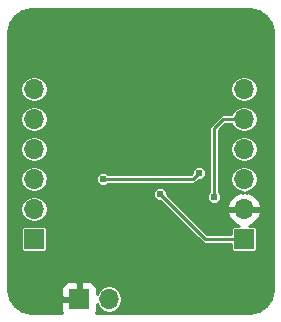
<source format=gbr>
G04 #@! TF.FileFunction,Copper,L2,Bot,Signal*
%FSLAX46Y46*%
G04 Gerber Fmt 4.6, Leading zero omitted, Abs format (unit mm)*
G04 Created by KiCad (PCBNEW 4.0.7-e2-6376~58~ubuntu16.04.1) date Tue Nov 21 15:05:01 2017*
%MOMM*%
%LPD*%
G01*
G04 APERTURE LIST*
%ADD10C,0.100000*%
%ADD11R,1.700000X1.700000*%
%ADD12O,1.700000X1.700000*%
%ADD13C,0.609600*%
%ADD14C,0.254000*%
G04 APERTURE END LIST*
D10*
D11*
X121920000Y-142240000D03*
D12*
X121920000Y-139700000D03*
X121920000Y-137160000D03*
X121920000Y-134620000D03*
X121920000Y-132080000D03*
X121920000Y-129540000D03*
D11*
X107950000Y-147320000D03*
D12*
X110490000Y-147320000D03*
D11*
X104140000Y-142240000D03*
D12*
X104140000Y-139700000D03*
X104140000Y-137160000D03*
X104140000Y-134620000D03*
X104140000Y-132080000D03*
X104140000Y-129540000D03*
D13*
X114300000Y-135636000D03*
X121412000Y-125984000D03*
X113538000Y-122936000D03*
X120396000Y-146050000D03*
X118110000Y-133858000D03*
X114801401Y-138423401D03*
X118110000Y-136652000D03*
X109982000Y-137160000D03*
X119380000Y-138684000D03*
D14*
X115106200Y-138728200D02*
X114801401Y-138423401D01*
X121920000Y-142240000D02*
X118618000Y-142240000D01*
X118618000Y-142240000D02*
X115106200Y-138728200D01*
X109982000Y-137160000D02*
X117602000Y-137160000D01*
X117602000Y-137160000D02*
X118110000Y-136652000D01*
X119380000Y-132842000D02*
X120142000Y-132080000D01*
X120142000Y-132080000D02*
X121920000Y-132080000D01*
X119380000Y-138684000D02*
X119380000Y-132842000D01*
G36*
X123164533Y-122935848D02*
X123788939Y-123353063D01*
X124211784Y-123985896D01*
X124356783Y-124549810D01*
X124359600Y-124555671D01*
X124359600Y-146523096D01*
X124206152Y-147294533D01*
X123788939Y-147918937D01*
X123164533Y-148336152D01*
X122393096Y-148489600D01*
X109354936Y-148489600D01*
X109435000Y-148296309D01*
X109435000Y-147716162D01*
X109446570Y-147774329D01*
X109691394Y-148140732D01*
X110057797Y-148385556D01*
X110490000Y-148471526D01*
X110922203Y-148385556D01*
X111288606Y-148140732D01*
X111533430Y-147774329D01*
X111619400Y-147342126D01*
X111619400Y-147297874D01*
X111533430Y-146865671D01*
X111288606Y-146499268D01*
X110922203Y-146254444D01*
X110490000Y-146168474D01*
X110057797Y-146254444D01*
X109691394Y-146499268D01*
X109446570Y-146865671D01*
X109435000Y-146923838D01*
X109435000Y-146343691D01*
X109338327Y-146110302D01*
X109159699Y-145931673D01*
X108926310Y-145835000D01*
X108235750Y-145835000D01*
X108077000Y-145993750D01*
X108077000Y-147193000D01*
X108097000Y-147193000D01*
X108097000Y-147447000D01*
X108077000Y-147447000D01*
X108077000Y-147467000D01*
X107823000Y-147467000D01*
X107823000Y-147447000D01*
X106623750Y-147447000D01*
X106465000Y-147605750D01*
X106465000Y-148296309D01*
X106545064Y-148489600D01*
X103920904Y-148489600D01*
X103149467Y-148336152D01*
X102525063Y-147918939D01*
X102107848Y-147294533D01*
X101954400Y-146523096D01*
X101954400Y-146343691D01*
X106465000Y-146343691D01*
X106465000Y-147034250D01*
X106623750Y-147193000D01*
X107823000Y-147193000D01*
X107823000Y-145993750D01*
X107664250Y-145835000D01*
X106973690Y-145835000D01*
X106740301Y-145931673D01*
X106561673Y-146110302D01*
X106465000Y-146343691D01*
X101954400Y-146343691D01*
X101954400Y-141390000D01*
X103005127Y-141390000D01*
X103005127Y-143090000D01*
X103024609Y-143193539D01*
X103085801Y-143288634D01*
X103179168Y-143352429D01*
X103290000Y-143374873D01*
X104990000Y-143374873D01*
X105093539Y-143355391D01*
X105188634Y-143294199D01*
X105252429Y-143200832D01*
X105274873Y-143090000D01*
X105274873Y-141390000D01*
X105255391Y-141286461D01*
X105194199Y-141191366D01*
X105100832Y-141127571D01*
X104990000Y-141105127D01*
X103290000Y-141105127D01*
X103186461Y-141124609D01*
X103091366Y-141185801D01*
X103027571Y-141279168D01*
X103005127Y-141390000D01*
X101954400Y-141390000D01*
X101954400Y-139700000D01*
X102988474Y-139700000D01*
X103074444Y-140132203D01*
X103319268Y-140498606D01*
X103685671Y-140743430D01*
X104117874Y-140829400D01*
X104162126Y-140829400D01*
X104594329Y-140743430D01*
X104960732Y-140498606D01*
X105205556Y-140132203D01*
X105291526Y-139700000D01*
X105205556Y-139267797D01*
X104960732Y-138901394D01*
X104594329Y-138656570D01*
X104162126Y-138570600D01*
X104117874Y-138570600D01*
X103685671Y-138656570D01*
X103319268Y-138901394D01*
X103074444Y-139267797D01*
X102988474Y-139700000D01*
X101954400Y-139700000D01*
X101954400Y-138539096D01*
X114217100Y-138539096D01*
X114305852Y-138753891D01*
X114470046Y-138918373D01*
X114684687Y-139007499D01*
X114810873Y-139007609D01*
X118330632Y-142527368D01*
X118462477Y-142615465D01*
X118618000Y-142646400D01*
X120785127Y-142646400D01*
X120785127Y-143090000D01*
X120804609Y-143193539D01*
X120865801Y-143288634D01*
X120959168Y-143352429D01*
X121070000Y-143374873D01*
X122770000Y-143374873D01*
X122873539Y-143355391D01*
X122968634Y-143294199D01*
X123032429Y-143200832D01*
X123054873Y-143090000D01*
X123054873Y-141390000D01*
X123035391Y-141286461D01*
X122974199Y-141191366D01*
X122880832Y-141127571D01*
X122770000Y-141105127D01*
X122354313Y-141105127D01*
X122801358Y-140895183D01*
X123191645Y-140466924D01*
X123361476Y-140056890D01*
X123240155Y-139827000D01*
X122047000Y-139827000D01*
X122047000Y-139847000D01*
X121793000Y-139847000D01*
X121793000Y-139827000D01*
X120599845Y-139827000D01*
X120478524Y-140056890D01*
X120648355Y-140466924D01*
X121038642Y-140895183D01*
X121485687Y-141105127D01*
X121070000Y-141105127D01*
X120966461Y-141124609D01*
X120871366Y-141185801D01*
X120807571Y-141279168D01*
X120785127Y-141390000D01*
X120785127Y-141833600D01*
X118786336Y-141833600D01*
X116295846Y-139343110D01*
X120478524Y-139343110D01*
X120599845Y-139573000D01*
X121793000Y-139573000D01*
X121793000Y-139553000D01*
X122047000Y-139553000D01*
X122047000Y-139573000D01*
X123240155Y-139573000D01*
X123361476Y-139343110D01*
X123191645Y-138933076D01*
X122801358Y-138504817D01*
X122276892Y-138258514D01*
X122047002Y-138379180D01*
X122047002Y-138268539D01*
X122374329Y-138203430D01*
X122740732Y-137958606D01*
X122985556Y-137592203D01*
X123071526Y-137160000D01*
X122985556Y-136727797D01*
X122740732Y-136361394D01*
X122374329Y-136116570D01*
X121942126Y-136030600D01*
X121897874Y-136030600D01*
X121465671Y-136116570D01*
X121099268Y-136361394D01*
X120854444Y-136727797D01*
X120768474Y-137160000D01*
X120854444Y-137592203D01*
X121099268Y-137958606D01*
X121465671Y-138203430D01*
X121792998Y-138268539D01*
X121792998Y-138379180D01*
X121563108Y-138258514D01*
X121038642Y-138504817D01*
X120648355Y-138933076D01*
X120478524Y-139343110D01*
X116295846Y-139343110D01*
X115752431Y-138799695D01*
X118795699Y-138799695D01*
X118884451Y-139014490D01*
X119048645Y-139178972D01*
X119263286Y-139268098D01*
X119495695Y-139268301D01*
X119710490Y-139179549D01*
X119874972Y-139015355D01*
X119964098Y-138800714D01*
X119964301Y-138568305D01*
X119875549Y-138353510D01*
X119786400Y-138264205D01*
X119786400Y-134620000D01*
X120768474Y-134620000D01*
X120854444Y-135052203D01*
X121099268Y-135418606D01*
X121465671Y-135663430D01*
X121897874Y-135749400D01*
X121942126Y-135749400D01*
X122374329Y-135663430D01*
X122740732Y-135418606D01*
X122985556Y-135052203D01*
X123071526Y-134620000D01*
X122985556Y-134187797D01*
X122740732Y-133821394D01*
X122374329Y-133576570D01*
X121942126Y-133490600D01*
X121897874Y-133490600D01*
X121465671Y-133576570D01*
X121099268Y-133821394D01*
X120854444Y-134187797D01*
X120768474Y-134620000D01*
X119786400Y-134620000D01*
X119786400Y-133010336D01*
X120310336Y-132486400D01*
X120849311Y-132486400D01*
X120854444Y-132512203D01*
X121099268Y-132878606D01*
X121465671Y-133123430D01*
X121897874Y-133209400D01*
X121942126Y-133209400D01*
X122374329Y-133123430D01*
X122740732Y-132878606D01*
X122985556Y-132512203D01*
X123071526Y-132080000D01*
X122985556Y-131647797D01*
X122740732Y-131281394D01*
X122374329Y-131036570D01*
X121942126Y-130950600D01*
X121897874Y-130950600D01*
X121465671Y-131036570D01*
X121099268Y-131281394D01*
X120854444Y-131647797D01*
X120849311Y-131673600D01*
X120142000Y-131673600D01*
X119986477Y-131704535D01*
X119854632Y-131792632D01*
X119092632Y-132554632D01*
X119004535Y-132686477D01*
X118973600Y-132842000D01*
X118973600Y-138264228D01*
X118885028Y-138352645D01*
X118795902Y-138567286D01*
X118795699Y-138799695D01*
X115752431Y-138799695D01*
X115385593Y-138432857D01*
X115385702Y-138307706D01*
X115296950Y-138092911D01*
X115132756Y-137928429D01*
X114918115Y-137839303D01*
X114685706Y-137839100D01*
X114470911Y-137927852D01*
X114306429Y-138092046D01*
X114217303Y-138306687D01*
X114217100Y-138539096D01*
X101954400Y-138539096D01*
X101954400Y-137160000D01*
X102988474Y-137160000D01*
X103074444Y-137592203D01*
X103319268Y-137958606D01*
X103685671Y-138203430D01*
X104117874Y-138289400D01*
X104162126Y-138289400D01*
X104594329Y-138203430D01*
X104960732Y-137958606D01*
X105205556Y-137592203D01*
X105268512Y-137275695D01*
X109397699Y-137275695D01*
X109486451Y-137490490D01*
X109650645Y-137654972D01*
X109865286Y-137744098D01*
X110097695Y-137744301D01*
X110312490Y-137655549D01*
X110401795Y-137566400D01*
X117602000Y-137566400D01*
X117757523Y-137535465D01*
X117889368Y-137447368D01*
X118100545Y-137236192D01*
X118225695Y-137236301D01*
X118440490Y-137147549D01*
X118604972Y-136983355D01*
X118694098Y-136768714D01*
X118694301Y-136536305D01*
X118605549Y-136321510D01*
X118441355Y-136157028D01*
X118226714Y-136067902D01*
X117994305Y-136067699D01*
X117779510Y-136156451D01*
X117615028Y-136320645D01*
X117525902Y-136535286D01*
X117525792Y-136661472D01*
X117433664Y-136753600D01*
X110401772Y-136753600D01*
X110313355Y-136665028D01*
X110098714Y-136575902D01*
X109866305Y-136575699D01*
X109651510Y-136664451D01*
X109487028Y-136828645D01*
X109397902Y-137043286D01*
X109397699Y-137275695D01*
X105268512Y-137275695D01*
X105291526Y-137160000D01*
X105205556Y-136727797D01*
X104960732Y-136361394D01*
X104594329Y-136116570D01*
X104162126Y-136030600D01*
X104117874Y-136030600D01*
X103685671Y-136116570D01*
X103319268Y-136361394D01*
X103074444Y-136727797D01*
X102988474Y-137160000D01*
X101954400Y-137160000D01*
X101954400Y-134620000D01*
X102988474Y-134620000D01*
X103074444Y-135052203D01*
X103319268Y-135418606D01*
X103685671Y-135663430D01*
X104117874Y-135749400D01*
X104162126Y-135749400D01*
X104594329Y-135663430D01*
X104960732Y-135418606D01*
X105205556Y-135052203D01*
X105291526Y-134620000D01*
X105205556Y-134187797D01*
X104960732Y-133821394D01*
X104594329Y-133576570D01*
X104162126Y-133490600D01*
X104117874Y-133490600D01*
X103685671Y-133576570D01*
X103319268Y-133821394D01*
X103074444Y-134187797D01*
X102988474Y-134620000D01*
X101954400Y-134620000D01*
X101954400Y-132080000D01*
X102988474Y-132080000D01*
X103074444Y-132512203D01*
X103319268Y-132878606D01*
X103685671Y-133123430D01*
X104117874Y-133209400D01*
X104162126Y-133209400D01*
X104594329Y-133123430D01*
X104960732Y-132878606D01*
X105205556Y-132512203D01*
X105291526Y-132080000D01*
X105205556Y-131647797D01*
X104960732Y-131281394D01*
X104594329Y-131036570D01*
X104162126Y-130950600D01*
X104117874Y-130950600D01*
X103685671Y-131036570D01*
X103319268Y-131281394D01*
X103074444Y-131647797D01*
X102988474Y-132080000D01*
X101954400Y-132080000D01*
X101954400Y-129540000D01*
X102988474Y-129540000D01*
X103074444Y-129972203D01*
X103319268Y-130338606D01*
X103685671Y-130583430D01*
X104117874Y-130669400D01*
X104162126Y-130669400D01*
X104594329Y-130583430D01*
X104960732Y-130338606D01*
X105205556Y-129972203D01*
X105291526Y-129540000D01*
X120768474Y-129540000D01*
X120854444Y-129972203D01*
X121099268Y-130338606D01*
X121465671Y-130583430D01*
X121897874Y-130669400D01*
X121942126Y-130669400D01*
X122374329Y-130583430D01*
X122740732Y-130338606D01*
X122985556Y-129972203D01*
X123071526Y-129540000D01*
X122985556Y-129107797D01*
X122740732Y-128741394D01*
X122374329Y-128496570D01*
X121942126Y-128410600D01*
X121897874Y-128410600D01*
X121465671Y-128496570D01*
X121099268Y-128741394D01*
X120854444Y-129107797D01*
X120768474Y-129540000D01*
X105291526Y-129540000D01*
X105205556Y-129107797D01*
X104960732Y-128741394D01*
X104594329Y-128496570D01*
X104162126Y-128410600D01*
X104117874Y-128410600D01*
X103685671Y-128496570D01*
X103319268Y-128741394D01*
X103074444Y-129107797D01*
X102988474Y-129540000D01*
X101954400Y-129540000D01*
X101954400Y-124748904D01*
X102107848Y-123977467D01*
X102525063Y-123353061D01*
X103149467Y-122935848D01*
X103920904Y-122782400D01*
X122393096Y-122782400D01*
X123164533Y-122935848D01*
X123164533Y-122935848D01*
G37*
X123164533Y-122935848D02*
X123788939Y-123353063D01*
X124211784Y-123985896D01*
X124356783Y-124549810D01*
X124359600Y-124555671D01*
X124359600Y-146523096D01*
X124206152Y-147294533D01*
X123788939Y-147918937D01*
X123164533Y-148336152D01*
X122393096Y-148489600D01*
X109354936Y-148489600D01*
X109435000Y-148296309D01*
X109435000Y-147716162D01*
X109446570Y-147774329D01*
X109691394Y-148140732D01*
X110057797Y-148385556D01*
X110490000Y-148471526D01*
X110922203Y-148385556D01*
X111288606Y-148140732D01*
X111533430Y-147774329D01*
X111619400Y-147342126D01*
X111619400Y-147297874D01*
X111533430Y-146865671D01*
X111288606Y-146499268D01*
X110922203Y-146254444D01*
X110490000Y-146168474D01*
X110057797Y-146254444D01*
X109691394Y-146499268D01*
X109446570Y-146865671D01*
X109435000Y-146923838D01*
X109435000Y-146343691D01*
X109338327Y-146110302D01*
X109159699Y-145931673D01*
X108926310Y-145835000D01*
X108235750Y-145835000D01*
X108077000Y-145993750D01*
X108077000Y-147193000D01*
X108097000Y-147193000D01*
X108097000Y-147447000D01*
X108077000Y-147447000D01*
X108077000Y-147467000D01*
X107823000Y-147467000D01*
X107823000Y-147447000D01*
X106623750Y-147447000D01*
X106465000Y-147605750D01*
X106465000Y-148296309D01*
X106545064Y-148489600D01*
X103920904Y-148489600D01*
X103149467Y-148336152D01*
X102525063Y-147918939D01*
X102107848Y-147294533D01*
X101954400Y-146523096D01*
X101954400Y-146343691D01*
X106465000Y-146343691D01*
X106465000Y-147034250D01*
X106623750Y-147193000D01*
X107823000Y-147193000D01*
X107823000Y-145993750D01*
X107664250Y-145835000D01*
X106973690Y-145835000D01*
X106740301Y-145931673D01*
X106561673Y-146110302D01*
X106465000Y-146343691D01*
X101954400Y-146343691D01*
X101954400Y-141390000D01*
X103005127Y-141390000D01*
X103005127Y-143090000D01*
X103024609Y-143193539D01*
X103085801Y-143288634D01*
X103179168Y-143352429D01*
X103290000Y-143374873D01*
X104990000Y-143374873D01*
X105093539Y-143355391D01*
X105188634Y-143294199D01*
X105252429Y-143200832D01*
X105274873Y-143090000D01*
X105274873Y-141390000D01*
X105255391Y-141286461D01*
X105194199Y-141191366D01*
X105100832Y-141127571D01*
X104990000Y-141105127D01*
X103290000Y-141105127D01*
X103186461Y-141124609D01*
X103091366Y-141185801D01*
X103027571Y-141279168D01*
X103005127Y-141390000D01*
X101954400Y-141390000D01*
X101954400Y-139700000D01*
X102988474Y-139700000D01*
X103074444Y-140132203D01*
X103319268Y-140498606D01*
X103685671Y-140743430D01*
X104117874Y-140829400D01*
X104162126Y-140829400D01*
X104594329Y-140743430D01*
X104960732Y-140498606D01*
X105205556Y-140132203D01*
X105291526Y-139700000D01*
X105205556Y-139267797D01*
X104960732Y-138901394D01*
X104594329Y-138656570D01*
X104162126Y-138570600D01*
X104117874Y-138570600D01*
X103685671Y-138656570D01*
X103319268Y-138901394D01*
X103074444Y-139267797D01*
X102988474Y-139700000D01*
X101954400Y-139700000D01*
X101954400Y-138539096D01*
X114217100Y-138539096D01*
X114305852Y-138753891D01*
X114470046Y-138918373D01*
X114684687Y-139007499D01*
X114810873Y-139007609D01*
X118330632Y-142527368D01*
X118462477Y-142615465D01*
X118618000Y-142646400D01*
X120785127Y-142646400D01*
X120785127Y-143090000D01*
X120804609Y-143193539D01*
X120865801Y-143288634D01*
X120959168Y-143352429D01*
X121070000Y-143374873D01*
X122770000Y-143374873D01*
X122873539Y-143355391D01*
X122968634Y-143294199D01*
X123032429Y-143200832D01*
X123054873Y-143090000D01*
X123054873Y-141390000D01*
X123035391Y-141286461D01*
X122974199Y-141191366D01*
X122880832Y-141127571D01*
X122770000Y-141105127D01*
X122354313Y-141105127D01*
X122801358Y-140895183D01*
X123191645Y-140466924D01*
X123361476Y-140056890D01*
X123240155Y-139827000D01*
X122047000Y-139827000D01*
X122047000Y-139847000D01*
X121793000Y-139847000D01*
X121793000Y-139827000D01*
X120599845Y-139827000D01*
X120478524Y-140056890D01*
X120648355Y-140466924D01*
X121038642Y-140895183D01*
X121485687Y-141105127D01*
X121070000Y-141105127D01*
X120966461Y-141124609D01*
X120871366Y-141185801D01*
X120807571Y-141279168D01*
X120785127Y-141390000D01*
X120785127Y-141833600D01*
X118786336Y-141833600D01*
X116295846Y-139343110D01*
X120478524Y-139343110D01*
X120599845Y-139573000D01*
X121793000Y-139573000D01*
X121793000Y-139553000D01*
X122047000Y-139553000D01*
X122047000Y-139573000D01*
X123240155Y-139573000D01*
X123361476Y-139343110D01*
X123191645Y-138933076D01*
X122801358Y-138504817D01*
X122276892Y-138258514D01*
X122047002Y-138379180D01*
X122047002Y-138268539D01*
X122374329Y-138203430D01*
X122740732Y-137958606D01*
X122985556Y-137592203D01*
X123071526Y-137160000D01*
X122985556Y-136727797D01*
X122740732Y-136361394D01*
X122374329Y-136116570D01*
X121942126Y-136030600D01*
X121897874Y-136030600D01*
X121465671Y-136116570D01*
X121099268Y-136361394D01*
X120854444Y-136727797D01*
X120768474Y-137160000D01*
X120854444Y-137592203D01*
X121099268Y-137958606D01*
X121465671Y-138203430D01*
X121792998Y-138268539D01*
X121792998Y-138379180D01*
X121563108Y-138258514D01*
X121038642Y-138504817D01*
X120648355Y-138933076D01*
X120478524Y-139343110D01*
X116295846Y-139343110D01*
X115752431Y-138799695D01*
X118795699Y-138799695D01*
X118884451Y-139014490D01*
X119048645Y-139178972D01*
X119263286Y-139268098D01*
X119495695Y-139268301D01*
X119710490Y-139179549D01*
X119874972Y-139015355D01*
X119964098Y-138800714D01*
X119964301Y-138568305D01*
X119875549Y-138353510D01*
X119786400Y-138264205D01*
X119786400Y-134620000D01*
X120768474Y-134620000D01*
X120854444Y-135052203D01*
X121099268Y-135418606D01*
X121465671Y-135663430D01*
X121897874Y-135749400D01*
X121942126Y-135749400D01*
X122374329Y-135663430D01*
X122740732Y-135418606D01*
X122985556Y-135052203D01*
X123071526Y-134620000D01*
X122985556Y-134187797D01*
X122740732Y-133821394D01*
X122374329Y-133576570D01*
X121942126Y-133490600D01*
X121897874Y-133490600D01*
X121465671Y-133576570D01*
X121099268Y-133821394D01*
X120854444Y-134187797D01*
X120768474Y-134620000D01*
X119786400Y-134620000D01*
X119786400Y-133010336D01*
X120310336Y-132486400D01*
X120849311Y-132486400D01*
X120854444Y-132512203D01*
X121099268Y-132878606D01*
X121465671Y-133123430D01*
X121897874Y-133209400D01*
X121942126Y-133209400D01*
X122374329Y-133123430D01*
X122740732Y-132878606D01*
X122985556Y-132512203D01*
X123071526Y-132080000D01*
X122985556Y-131647797D01*
X122740732Y-131281394D01*
X122374329Y-131036570D01*
X121942126Y-130950600D01*
X121897874Y-130950600D01*
X121465671Y-131036570D01*
X121099268Y-131281394D01*
X120854444Y-131647797D01*
X120849311Y-131673600D01*
X120142000Y-131673600D01*
X119986477Y-131704535D01*
X119854632Y-131792632D01*
X119092632Y-132554632D01*
X119004535Y-132686477D01*
X118973600Y-132842000D01*
X118973600Y-138264228D01*
X118885028Y-138352645D01*
X118795902Y-138567286D01*
X118795699Y-138799695D01*
X115752431Y-138799695D01*
X115385593Y-138432857D01*
X115385702Y-138307706D01*
X115296950Y-138092911D01*
X115132756Y-137928429D01*
X114918115Y-137839303D01*
X114685706Y-137839100D01*
X114470911Y-137927852D01*
X114306429Y-138092046D01*
X114217303Y-138306687D01*
X114217100Y-138539096D01*
X101954400Y-138539096D01*
X101954400Y-137160000D01*
X102988474Y-137160000D01*
X103074444Y-137592203D01*
X103319268Y-137958606D01*
X103685671Y-138203430D01*
X104117874Y-138289400D01*
X104162126Y-138289400D01*
X104594329Y-138203430D01*
X104960732Y-137958606D01*
X105205556Y-137592203D01*
X105268512Y-137275695D01*
X109397699Y-137275695D01*
X109486451Y-137490490D01*
X109650645Y-137654972D01*
X109865286Y-137744098D01*
X110097695Y-137744301D01*
X110312490Y-137655549D01*
X110401795Y-137566400D01*
X117602000Y-137566400D01*
X117757523Y-137535465D01*
X117889368Y-137447368D01*
X118100545Y-137236192D01*
X118225695Y-137236301D01*
X118440490Y-137147549D01*
X118604972Y-136983355D01*
X118694098Y-136768714D01*
X118694301Y-136536305D01*
X118605549Y-136321510D01*
X118441355Y-136157028D01*
X118226714Y-136067902D01*
X117994305Y-136067699D01*
X117779510Y-136156451D01*
X117615028Y-136320645D01*
X117525902Y-136535286D01*
X117525792Y-136661472D01*
X117433664Y-136753600D01*
X110401772Y-136753600D01*
X110313355Y-136665028D01*
X110098714Y-136575902D01*
X109866305Y-136575699D01*
X109651510Y-136664451D01*
X109487028Y-136828645D01*
X109397902Y-137043286D01*
X109397699Y-137275695D01*
X105268512Y-137275695D01*
X105291526Y-137160000D01*
X105205556Y-136727797D01*
X104960732Y-136361394D01*
X104594329Y-136116570D01*
X104162126Y-136030600D01*
X104117874Y-136030600D01*
X103685671Y-136116570D01*
X103319268Y-136361394D01*
X103074444Y-136727797D01*
X102988474Y-137160000D01*
X101954400Y-137160000D01*
X101954400Y-134620000D01*
X102988474Y-134620000D01*
X103074444Y-135052203D01*
X103319268Y-135418606D01*
X103685671Y-135663430D01*
X104117874Y-135749400D01*
X104162126Y-135749400D01*
X104594329Y-135663430D01*
X104960732Y-135418606D01*
X105205556Y-135052203D01*
X105291526Y-134620000D01*
X105205556Y-134187797D01*
X104960732Y-133821394D01*
X104594329Y-133576570D01*
X104162126Y-133490600D01*
X104117874Y-133490600D01*
X103685671Y-133576570D01*
X103319268Y-133821394D01*
X103074444Y-134187797D01*
X102988474Y-134620000D01*
X101954400Y-134620000D01*
X101954400Y-132080000D01*
X102988474Y-132080000D01*
X103074444Y-132512203D01*
X103319268Y-132878606D01*
X103685671Y-133123430D01*
X104117874Y-133209400D01*
X104162126Y-133209400D01*
X104594329Y-133123430D01*
X104960732Y-132878606D01*
X105205556Y-132512203D01*
X105291526Y-132080000D01*
X105205556Y-131647797D01*
X104960732Y-131281394D01*
X104594329Y-131036570D01*
X104162126Y-130950600D01*
X104117874Y-130950600D01*
X103685671Y-131036570D01*
X103319268Y-131281394D01*
X103074444Y-131647797D01*
X102988474Y-132080000D01*
X101954400Y-132080000D01*
X101954400Y-129540000D01*
X102988474Y-129540000D01*
X103074444Y-129972203D01*
X103319268Y-130338606D01*
X103685671Y-130583430D01*
X104117874Y-130669400D01*
X104162126Y-130669400D01*
X104594329Y-130583430D01*
X104960732Y-130338606D01*
X105205556Y-129972203D01*
X105291526Y-129540000D01*
X120768474Y-129540000D01*
X120854444Y-129972203D01*
X121099268Y-130338606D01*
X121465671Y-130583430D01*
X121897874Y-130669400D01*
X121942126Y-130669400D01*
X122374329Y-130583430D01*
X122740732Y-130338606D01*
X122985556Y-129972203D01*
X123071526Y-129540000D01*
X122985556Y-129107797D01*
X122740732Y-128741394D01*
X122374329Y-128496570D01*
X121942126Y-128410600D01*
X121897874Y-128410600D01*
X121465671Y-128496570D01*
X121099268Y-128741394D01*
X120854444Y-129107797D01*
X120768474Y-129540000D01*
X105291526Y-129540000D01*
X105205556Y-129107797D01*
X104960732Y-128741394D01*
X104594329Y-128496570D01*
X104162126Y-128410600D01*
X104117874Y-128410600D01*
X103685671Y-128496570D01*
X103319268Y-128741394D01*
X103074444Y-129107797D01*
X102988474Y-129540000D01*
X101954400Y-129540000D01*
X101954400Y-124748904D01*
X102107848Y-123977467D01*
X102525063Y-123353061D01*
X103149467Y-122935848D01*
X103920904Y-122782400D01*
X122393096Y-122782400D01*
X123164533Y-122935848D01*
M02*

</source>
